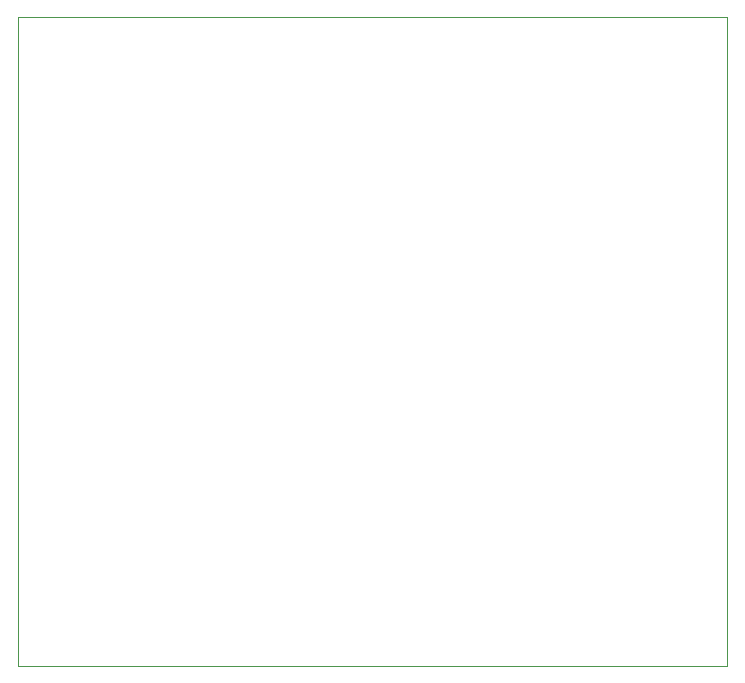
<source format=gm1>
G04 #@! TF.GenerationSoftware,KiCad,Pcbnew,(6.0.6)*
G04 #@! TF.CreationDate,2022-08-27T12:11:26+02:00*
G04 #@! TF.ProjectId,switched-load-module,73776974-6368-4656-942d-6c6f61642d6d,rev?*
G04 #@! TF.SameCoordinates,Original*
G04 #@! TF.FileFunction,Profile,NP*
%FSLAX46Y46*%
G04 Gerber Fmt 4.6, Leading zero omitted, Abs format (unit mm)*
G04 Created by KiCad (PCBNEW (6.0.6)) date 2022-08-27 12:11:26*
%MOMM*%
%LPD*%
G01*
G04 APERTURE LIST*
G04 #@! TA.AperFunction,Profile*
%ADD10C,0.100000*%
G04 #@! TD*
G04 APERTURE END LIST*
D10*
X98350000Y-99250000D02*
X98350000Y-44250000D01*
X38350000Y-44250000D02*
X98350000Y-44250000D01*
X38350000Y-99250000D02*
X98350000Y-99250000D01*
X38350000Y-99250000D02*
X38350000Y-44250000D01*
M02*

</source>
